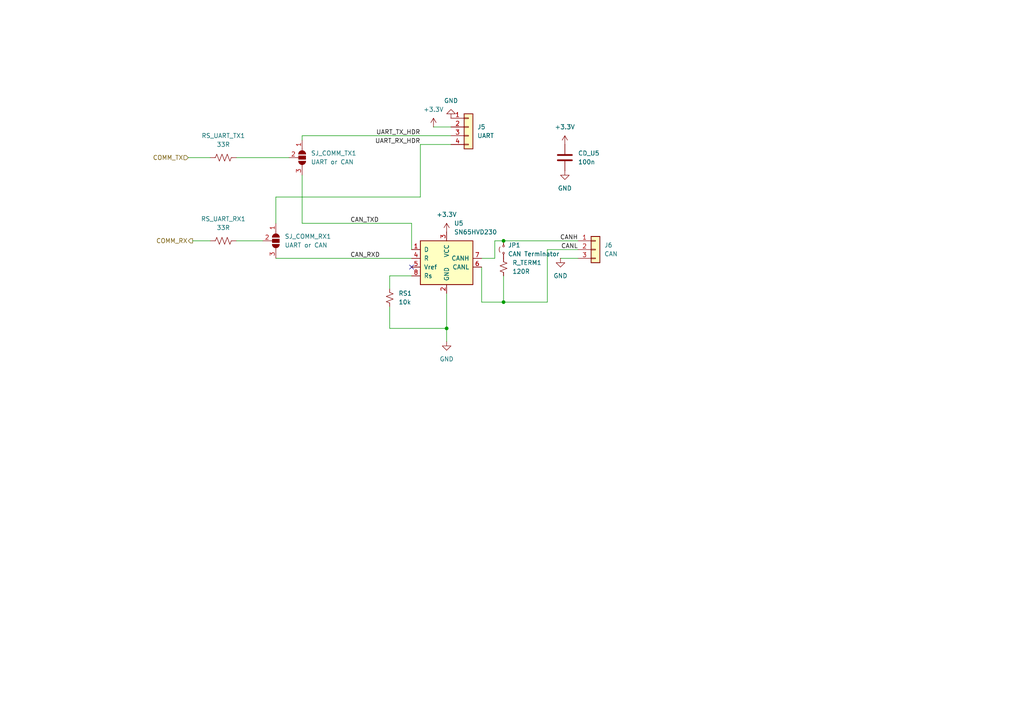
<source format=kicad_sch>
(kicad_sch
	(version 20250114)
	(generator "eeschema")
	(generator_version "9.0")
	(uuid "7d3e3313-9507-44b0-9f6c-2af88932d9e1")
	(paper "A4")
	(lib_symbols
		(symbol "Connector_Generic:Conn_01x03"
			(pin_names
				(offset 1.016)
				(hide yes)
			)
			(exclude_from_sim no)
			(in_bom yes)
			(on_board yes)
			(property "Reference" "J"
				(at 0 5.08 0)
				(effects
					(font
						(size 1.27 1.27)
					)
				)
			)
			(property "Value" "Conn_01x03"
				(at 0 -5.08 0)
				(effects
					(font
						(size 1.27 1.27)
					)
				)
			)
			(property "Footprint" ""
				(at 0 0 0)
				(effects
					(font
						(size 1.27 1.27)
					)
					(hide yes)
				)
			)
			(property "Datasheet" "~"
				(at 0 0 0)
				(effects
					(font
						(size 1.27 1.27)
					)
					(hide yes)
				)
			)
			(property "Description" "Generic connector, single row, 01x03, script generated (kicad-library-utils/schlib/autogen/connector/)"
				(at 0 0 0)
				(effects
					(font
						(size 1.27 1.27)
					)
					(hide yes)
				)
			)
			(property "ki_keywords" "connector"
				(at 0 0 0)
				(effects
					(font
						(size 1.27 1.27)
					)
					(hide yes)
				)
			)
			(property "ki_fp_filters" "Connector*:*_1x??_*"
				(at 0 0 0)
				(effects
					(font
						(size 1.27 1.27)
					)
					(hide yes)
				)
			)
			(symbol "Conn_01x03_1_1"
				(rectangle
					(start -1.27 3.81)
					(end 1.27 -3.81)
					(stroke
						(width 0.254)
						(type default)
					)
					(fill
						(type background)
					)
				)
				(rectangle
					(start -1.27 2.667)
					(end 0 2.413)
					(stroke
						(width 0.1524)
						(type default)
					)
					(fill
						(type none)
					)
				)
				(rectangle
					(start -1.27 0.127)
					(end 0 -0.127)
					(stroke
						(width 0.1524)
						(type default)
					)
					(fill
						(type none)
					)
				)
				(rectangle
					(start -1.27 -2.413)
					(end 0 -2.667)
					(stroke
						(width 0.1524)
						(type default)
					)
					(fill
						(type none)
					)
				)
				(pin passive line
					(at -5.08 2.54 0)
					(length 3.81)
					(name "Pin_1"
						(effects
							(font
								(size 1.27 1.27)
							)
						)
					)
					(number "1"
						(effects
							(font
								(size 1.27 1.27)
							)
						)
					)
				)
				(pin passive line
					(at -5.08 0 0)
					(length 3.81)
					(name "Pin_2"
						(effects
							(font
								(size 1.27 1.27)
							)
						)
					)
					(number "2"
						(effects
							(font
								(size 1.27 1.27)
							)
						)
					)
				)
				(pin passive line
					(at -5.08 -2.54 0)
					(length 3.81)
					(name "Pin_3"
						(effects
							(font
								(size 1.27 1.27)
							)
						)
					)
					(number "3"
						(effects
							(font
								(size 1.27 1.27)
							)
						)
					)
				)
			)
			(embedded_fonts no)
		)
		(symbol "Connector_Generic:Conn_01x04"
			(pin_names
				(offset 1.016)
				(hide yes)
			)
			(exclude_from_sim no)
			(in_bom yes)
			(on_board yes)
			(property "Reference" "J"
				(at 0 5.08 0)
				(effects
					(font
						(size 1.27 1.27)
					)
				)
			)
			(property "Value" "Conn_01x04"
				(at 0 -7.62 0)
				(effects
					(font
						(size 1.27 1.27)
					)
				)
			)
			(property "Footprint" ""
				(at 0 0 0)
				(effects
					(font
						(size 1.27 1.27)
					)
					(hide yes)
				)
			)
			(property "Datasheet" "~"
				(at 0 0 0)
				(effects
					(font
						(size 1.27 1.27)
					)
					(hide yes)
				)
			)
			(property "Description" "Generic connector, single row, 01x04, script generated (kicad-library-utils/schlib/autogen/connector/)"
				(at 0 0 0)
				(effects
					(font
						(size 1.27 1.27)
					)
					(hide yes)
				)
			)
			(property "ki_keywords" "connector"
				(at 0 0 0)
				(effects
					(font
						(size 1.27 1.27)
					)
					(hide yes)
				)
			)
			(property "ki_fp_filters" "Connector*:*_1x??_*"
				(at 0 0 0)
				(effects
					(font
						(size 1.27 1.27)
					)
					(hide yes)
				)
			)
			(symbol "Conn_01x04_1_1"
				(rectangle
					(start -1.27 3.81)
					(end 1.27 -6.35)
					(stroke
						(width 0.254)
						(type default)
					)
					(fill
						(type background)
					)
				)
				(rectangle
					(start -1.27 2.667)
					(end 0 2.413)
					(stroke
						(width 0.1524)
						(type default)
					)
					(fill
						(type none)
					)
				)
				(rectangle
					(start -1.27 0.127)
					(end 0 -0.127)
					(stroke
						(width 0.1524)
						(type default)
					)
					(fill
						(type none)
					)
				)
				(rectangle
					(start -1.27 -2.413)
					(end 0 -2.667)
					(stroke
						(width 0.1524)
						(type default)
					)
					(fill
						(type none)
					)
				)
				(rectangle
					(start -1.27 -4.953)
					(end 0 -5.207)
					(stroke
						(width 0.1524)
						(type default)
					)
					(fill
						(type none)
					)
				)
				(pin passive line
					(at -5.08 2.54 0)
					(length 3.81)
					(name "Pin_1"
						(effects
							(font
								(size 1.27 1.27)
							)
						)
					)
					(number "1"
						(effects
							(font
								(size 1.27 1.27)
							)
						)
					)
				)
				(pin passive line
					(at -5.08 0 0)
					(length 3.81)
					(name "Pin_2"
						(effects
							(font
								(size 1.27 1.27)
							)
						)
					)
					(number "2"
						(effects
							(font
								(size 1.27 1.27)
							)
						)
					)
				)
				(pin passive line
					(at -5.08 -2.54 0)
					(length 3.81)
					(name "Pin_3"
						(effects
							(font
								(size 1.27 1.27)
							)
						)
					)
					(number "3"
						(effects
							(font
								(size 1.27 1.27)
							)
						)
					)
				)
				(pin passive line
					(at -5.08 -5.08 0)
					(length 3.81)
					(name "Pin_4"
						(effects
							(font
								(size 1.27 1.27)
							)
						)
					)
					(number "4"
						(effects
							(font
								(size 1.27 1.27)
							)
						)
					)
				)
			)
			(embedded_fonts no)
		)
		(symbol "Device:C"
			(pin_numbers
				(hide yes)
			)
			(pin_names
				(offset 0.254)
			)
			(exclude_from_sim no)
			(in_bom yes)
			(on_board yes)
			(property "Reference" "C"
				(at 0.635 2.54 0)
				(effects
					(font
						(size 1.27 1.27)
					)
					(justify left)
				)
			)
			(property "Value" "C"
				(at 0.635 -2.54 0)
				(effects
					(font
						(size 1.27 1.27)
					)
					(justify left)
				)
			)
			(property "Footprint" ""
				(at 0.9652 -3.81 0)
				(effects
					(font
						(size 1.27 1.27)
					)
					(hide yes)
				)
			)
			(property "Datasheet" "~"
				(at 0 0 0)
				(effects
					(font
						(size 1.27 1.27)
					)
					(hide yes)
				)
			)
			(property "Description" "Unpolarized capacitor"
				(at 0 0 0)
				(effects
					(font
						(size 1.27 1.27)
					)
					(hide yes)
				)
			)
			(property "ki_keywords" "cap capacitor"
				(at 0 0 0)
				(effects
					(font
						(size 1.27 1.27)
					)
					(hide yes)
				)
			)
			(property "ki_fp_filters" "C_*"
				(at 0 0 0)
				(effects
					(font
						(size 1.27 1.27)
					)
					(hide yes)
				)
			)
			(symbol "C_0_1"
				(polyline
					(pts
						(xy -2.032 0.762) (xy 2.032 0.762)
					)
					(stroke
						(width 0.508)
						(type default)
					)
					(fill
						(type none)
					)
				)
				(polyline
					(pts
						(xy -2.032 -0.762) (xy 2.032 -0.762)
					)
					(stroke
						(width 0.508)
						(type default)
					)
					(fill
						(type none)
					)
				)
			)
			(symbol "C_1_1"
				(pin passive line
					(at 0 3.81 270)
					(length 2.794)
					(name "~"
						(effects
							(font
								(size 1.27 1.27)
							)
						)
					)
					(number "1"
						(effects
							(font
								(size 1.27 1.27)
							)
						)
					)
				)
				(pin passive line
					(at 0 -3.81 90)
					(length 2.794)
					(name "~"
						(effects
							(font
								(size 1.27 1.27)
							)
						)
					)
					(number "2"
						(effects
							(font
								(size 1.27 1.27)
							)
						)
					)
				)
			)
			(embedded_fonts no)
		)
		(symbol "Device:R_Small_US"
			(pin_numbers
				(hide yes)
			)
			(pin_names
				(offset 0.254)
				(hide yes)
			)
			(exclude_from_sim no)
			(in_bom yes)
			(on_board yes)
			(property "Reference" "R"
				(at 0.762 0.508 0)
				(effects
					(font
						(size 1.27 1.27)
					)
					(justify left)
				)
			)
			(property "Value" "R_Small_US"
				(at 0.762 -1.016 0)
				(effects
					(font
						(size 1.27 1.27)
					)
					(justify left)
				)
			)
			(property "Footprint" ""
				(at 0 0 0)
				(effects
					(font
						(size 1.27 1.27)
					)
					(hide yes)
				)
			)
			(property "Datasheet" "~"
				(at 0 0 0)
				(effects
					(font
						(size 1.27 1.27)
					)
					(hide yes)
				)
			)
			(property "Description" "Resistor, small US symbol"
				(at 0 0 0)
				(effects
					(font
						(size 1.27 1.27)
					)
					(hide yes)
				)
			)
			(property "ki_keywords" "r resistor"
				(at 0 0 0)
				(effects
					(font
						(size 1.27 1.27)
					)
					(hide yes)
				)
			)
			(property "ki_fp_filters" "R_*"
				(at 0 0 0)
				(effects
					(font
						(size 1.27 1.27)
					)
					(hide yes)
				)
			)
			(symbol "R_Small_US_1_1"
				(polyline
					(pts
						(xy 0 1.524) (xy 1.016 1.143) (xy 0 0.762) (xy -1.016 0.381) (xy 0 0)
					)
					(stroke
						(width 0)
						(type default)
					)
					(fill
						(type none)
					)
				)
				(polyline
					(pts
						(xy 0 0) (xy 1.016 -0.381) (xy 0 -0.762) (xy -1.016 -1.143) (xy 0 -1.524)
					)
					(stroke
						(width 0)
						(type default)
					)
					(fill
						(type none)
					)
				)
				(pin passive line
					(at 0 2.54 270)
					(length 1.016)
					(name "~"
						(effects
							(font
								(size 1.27 1.27)
							)
						)
					)
					(number "1"
						(effects
							(font
								(size 1.27 1.27)
							)
						)
					)
				)
				(pin passive line
					(at 0 -2.54 90)
					(length 1.016)
					(name "~"
						(effects
							(font
								(size 1.27 1.27)
							)
						)
					)
					(number "2"
						(effects
							(font
								(size 1.27 1.27)
							)
						)
					)
				)
			)
			(embedded_fonts no)
		)
		(symbol "Device:R_US"
			(pin_numbers
				(hide yes)
			)
			(pin_names
				(offset 0)
			)
			(exclude_from_sim no)
			(in_bom yes)
			(on_board yes)
			(property "Reference" "R"
				(at 2.54 0 90)
				(effects
					(font
						(size 1.27 1.27)
					)
				)
			)
			(property "Value" "R_US"
				(at -2.54 0 90)
				(effects
					(font
						(size 1.27 1.27)
					)
				)
			)
			(property "Footprint" ""
				(at 1.016 -0.254 90)
				(effects
					(font
						(size 1.27 1.27)
					)
					(hide yes)
				)
			)
			(property "Datasheet" "~"
				(at 0 0 0)
				(effects
					(font
						(size 1.27 1.27)
					)
					(hide yes)
				)
			)
			(property "Description" "Resistor, US symbol"
				(at 0 0 0)
				(effects
					(font
						(size 1.27 1.27)
					)
					(hide yes)
				)
			)
			(property "ki_keywords" "R res resistor"
				(at 0 0 0)
				(effects
					(font
						(size 1.27 1.27)
					)
					(hide yes)
				)
			)
			(property "ki_fp_filters" "R_*"
				(at 0 0 0)
				(effects
					(font
						(size 1.27 1.27)
					)
					(hide yes)
				)
			)
			(symbol "R_US_0_1"
				(polyline
					(pts
						(xy 0 2.286) (xy 0 2.54)
					)
					(stroke
						(width 0)
						(type default)
					)
					(fill
						(type none)
					)
				)
				(polyline
					(pts
						(xy 0 2.286) (xy 1.016 1.905) (xy 0 1.524) (xy -1.016 1.143) (xy 0 0.762)
					)
					(stroke
						(width 0)
						(type default)
					)
					(fill
						(type none)
					)
				)
				(polyline
					(pts
						(xy 0 0.762) (xy 1.016 0.381) (xy 0 0) (xy -1.016 -0.381) (xy 0 -0.762)
					)
					(stroke
						(width 0)
						(type default)
					)
					(fill
						(type none)
					)
				)
				(polyline
					(pts
						(xy 0 -0.762) (xy 1.016 -1.143) (xy 0 -1.524) (xy -1.016 -1.905) (xy 0 -2.286)
					)
					(stroke
						(width 0)
						(type default)
					)
					(fill
						(type none)
					)
				)
				(polyline
					(pts
						(xy 0 -2.286) (xy 0 -2.54)
					)
					(stroke
						(width 0)
						(type default)
					)
					(fill
						(type none)
					)
				)
			)
			(symbol "R_US_1_1"
				(pin passive line
					(at 0 3.81 270)
					(length 1.27)
					(name "~"
						(effects
							(font
								(size 1.27 1.27)
							)
						)
					)
					(number "1"
						(effects
							(font
								(size 1.27 1.27)
							)
						)
					)
				)
				(pin passive line
					(at 0 -3.81 90)
					(length 1.27)
					(name "~"
						(effects
							(font
								(size 1.27 1.27)
							)
						)
					)
					(number "2"
						(effects
							(font
								(size 1.27 1.27)
							)
						)
					)
				)
			)
			(embedded_fonts no)
		)
		(symbol "Interface_CAN_LIN:SN65HVD230"
			(pin_names
				(offset 1.016)
			)
			(exclude_from_sim no)
			(in_bom yes)
			(on_board yes)
			(property "Reference" "U"
				(at -2.54 10.16 0)
				(effects
					(font
						(size 1.27 1.27)
					)
					(justify right)
				)
			)
			(property "Value" "SN65HVD230"
				(at -2.54 7.62 0)
				(effects
					(font
						(size 1.27 1.27)
					)
					(justify right)
				)
			)
			(property "Footprint" "Package_SO:SOIC-8_3.9x4.9mm_P1.27mm"
				(at 0 -12.7 0)
				(effects
					(font
						(size 1.27 1.27)
					)
					(hide yes)
				)
			)
			(property "Datasheet" "http://www.ti.com/lit/ds/symlink/sn65hvd230.pdf"
				(at -2.54 10.16 0)
				(effects
					(font
						(size 1.27 1.27)
					)
					(hide yes)
				)
			)
			(property "Description" "CAN Bus Transceivers, 3.3V, 1Mbps, Low-Power capabilities, SOIC-8"
				(at 0 0 0)
				(effects
					(font
						(size 1.27 1.27)
					)
					(hide yes)
				)
			)
			(property "ki_keywords" "can transeiver ti low-power"
				(at 0 0 0)
				(effects
					(font
						(size 1.27 1.27)
					)
					(hide yes)
				)
			)
			(property "ki_fp_filters" "SOIC*3.9x4.9mm*P1.27mm*"
				(at 0 0 0)
				(effects
					(font
						(size 1.27 1.27)
					)
					(hide yes)
				)
			)
			(symbol "SN65HVD230_0_1"
				(rectangle
					(start -7.62 5.08)
					(end 7.62 -7.62)
					(stroke
						(width 0.254)
						(type default)
					)
					(fill
						(type background)
					)
				)
			)
			(symbol "SN65HVD230_1_1"
				(pin input line
					(at -10.16 2.54 0)
					(length 2.54)
					(name "D"
						(effects
							(font
								(size 1.27 1.27)
							)
						)
					)
					(number "1"
						(effects
							(font
								(size 1.27 1.27)
							)
						)
					)
				)
				(pin output line
					(at -10.16 0 0)
					(length 2.54)
					(name "R"
						(effects
							(font
								(size 1.27 1.27)
							)
						)
					)
					(number "4"
						(effects
							(font
								(size 1.27 1.27)
							)
						)
					)
				)
				(pin output line
					(at -10.16 -2.54 0)
					(length 2.54)
					(name "Vref"
						(effects
							(font
								(size 1.27 1.27)
							)
						)
					)
					(number "5"
						(effects
							(font
								(size 1.27 1.27)
							)
						)
					)
				)
				(pin input line
					(at -10.16 -5.08 0)
					(length 2.54)
					(name "Rs"
						(effects
							(font
								(size 1.27 1.27)
							)
						)
					)
					(number "8"
						(effects
							(font
								(size 1.27 1.27)
							)
						)
					)
				)
				(pin power_in line
					(at 0 7.62 270)
					(length 2.54)
					(name "VCC"
						(effects
							(font
								(size 1.27 1.27)
							)
						)
					)
					(number "3"
						(effects
							(font
								(size 1.27 1.27)
							)
						)
					)
				)
				(pin power_in line
					(at 0 -10.16 90)
					(length 2.54)
					(name "GND"
						(effects
							(font
								(size 1.27 1.27)
							)
						)
					)
					(number "2"
						(effects
							(font
								(size 1.27 1.27)
							)
						)
					)
				)
				(pin bidirectional line
					(at 10.16 0 180)
					(length 2.54)
					(name "CANH"
						(effects
							(font
								(size 1.27 1.27)
							)
						)
					)
					(number "7"
						(effects
							(font
								(size 1.27 1.27)
							)
						)
					)
				)
				(pin bidirectional line
					(at 10.16 -2.54 180)
					(length 2.54)
					(name "CANL"
						(effects
							(font
								(size 1.27 1.27)
							)
						)
					)
					(number "6"
						(effects
							(font
								(size 1.27 1.27)
							)
						)
					)
				)
			)
			(embedded_fonts no)
		)
		(symbol "Jumper:Jumper_2_Small_Open"
			(pin_numbers
				(hide yes)
			)
			(pin_names
				(offset 0)
				(hide yes)
			)
			(exclude_from_sim no)
			(in_bom yes)
			(on_board yes)
			(property "Reference" "JP"
				(at 0 2.794 0)
				(effects
					(font
						(size 1.27 1.27)
					)
				)
			)
			(property "Value" "Jumper_2_Small_Open"
				(at 0 -2.286 0)
				(effects
					(font
						(size 1.27 1.27)
					)
				)
			)
			(property "Footprint" ""
				(at 0 0 0)
				(effects
					(font
						(size 1.27 1.27)
					)
					(hide yes)
				)
			)
			(property "Datasheet" "~"
				(at 0 0 0)
				(effects
					(font
						(size 1.27 1.27)
					)
					(hide yes)
				)
			)
			(property "Description" "Jumper, 2-pole, small symbol, open"
				(at 0 0 0)
				(effects
					(font
						(size 1.27 1.27)
					)
					(hide yes)
				)
			)
			(property "ki_keywords" "Jumper SPST"
				(at 0 0 0)
				(effects
					(font
						(size 1.27 1.27)
					)
					(hide yes)
				)
			)
			(property "ki_fp_filters" "Jumper* TestPoint*2Pads* TestPoint*Bridge*"
				(at 0 0 0)
				(effects
					(font
						(size 1.27 1.27)
					)
					(hide yes)
				)
			)
			(symbol "Jumper_2_Small_Open_0_0"
				(circle
					(center -1.016 0)
					(radius 0.254)
					(stroke
						(width 0)
						(type default)
					)
					(fill
						(type none)
					)
				)
				(circle
					(center 1.016 0)
					(radius 0.254)
					(stroke
						(width 0)
						(type default)
					)
					(fill
						(type none)
					)
				)
			)
			(symbol "Jumper_2_Small_Open_0_1"
				(arc
					(start -0.762 1.0196)
					(mid 0 1.2729)
					(end 0.762 1.0196)
					(stroke
						(width 0)
						(type default)
					)
					(fill
						(type none)
					)
				)
			)
			(symbol "Jumper_2_Small_Open_1_1"
				(pin passive line
					(at -2.54 0 0)
					(length 1.27)
					(name "A"
						(effects
							(font
								(size 1.27 1.27)
							)
						)
					)
					(number "1"
						(effects
							(font
								(size 1.27 1.27)
							)
						)
					)
				)
				(pin passive line
					(at 2.54 0 180)
					(length 1.27)
					(name "B"
						(effects
							(font
								(size 1.27 1.27)
							)
						)
					)
					(number "2"
						(effects
							(font
								(size 1.27 1.27)
							)
						)
					)
				)
			)
			(embedded_fonts no)
		)
		(symbol "Jumper:SolderJumper_3_Open"
			(pin_names
				(offset 0)
				(hide yes)
			)
			(exclude_from_sim no)
			(in_bom no)
			(on_board yes)
			(property "Reference" "JP"
				(at -2.54 -2.54 0)
				(effects
					(font
						(size 1.27 1.27)
					)
				)
			)
			(property "Value" "SolderJumper_3_Open"
				(at 0 2.794 0)
				(effects
					(font
						(size 1.27 1.27)
					)
				)
			)
			(property "Footprint" ""
				(at 0 0 0)
				(effects
					(font
						(size 1.27 1.27)
					)
					(hide yes)
				)
			)
			(property "Datasheet" "~"
				(at 0 0 0)
				(effects
					(font
						(size 1.27 1.27)
					)
					(hide yes)
				)
			)
			(property "Description" "Solder Jumper, 3-pole, open"
				(at 0 0 0)
				(effects
					(font
						(size 1.27 1.27)
					)
					(hide yes)
				)
			)
			(property "ki_keywords" "Solder Jumper SPDT"
				(at 0 0 0)
				(effects
					(font
						(size 1.27 1.27)
					)
					(hide yes)
				)
			)
			(property "ki_fp_filters" "SolderJumper*Open*"
				(at 0 0 0)
				(effects
					(font
						(size 1.27 1.27)
					)
					(hide yes)
				)
			)
			(symbol "SolderJumper_3_Open_0_1"
				(polyline
					(pts
						(xy -2.54 0) (xy -2.032 0)
					)
					(stroke
						(width 0)
						(type default)
					)
					(fill
						(type none)
					)
				)
				(polyline
					(pts
						(xy -1.016 1.016) (xy -1.016 -1.016)
					)
					(stroke
						(width 0)
						(type default)
					)
					(fill
						(type none)
					)
				)
				(arc
					(start -1.016 -1.016)
					(mid -2.0276 0)
					(end -1.016 1.016)
					(stroke
						(width 0)
						(type default)
					)
					(fill
						(type none)
					)
				)
				(arc
					(start -1.016 -1.016)
					(mid -2.0276 0)
					(end -1.016 1.016)
					(stroke
						(width 0)
						(type default)
					)
					(fill
						(type outline)
					)
				)
				(rectangle
					(start -0.508 1.016)
					(end 0.508 -1.016)
					(stroke
						(width 0)
						(type default)
					)
					(fill
						(type outline)
					)
				)
				(polyline
					(pts
						(xy 0 -1.27) (xy 0 -1.016)
					)
					(stroke
						(width 0)
						(type default)
					)
					(fill
						(type none)
					)
				)
				(arc
					(start 1.016 1.016)
					(mid 2.0276 0)
					(end 1.016 -1.016)
					(stroke
						(width 0)
						(type default)
					)
					(fill
						(type none)
					)
				)
				(arc
					(start 1.016 1.016)
					(mid 2.0276 0)
					(end 1.016 -1.016)
					(stroke
						(width 0)
						(type default)
					)
					(fill
						(type outline)
					)
				)
				(polyline
					(pts
						(xy 1.016 1.016) (xy 1.016 -1.016)
					)
					(stroke
						(width 0)
						(type default)
					)
					(fill
						(type none)
					)
				)
				(polyline
					(pts
						(xy 2.54 0) (xy 2.032 0)
					)
					(stroke
						(width 0)
						(type default)
					)
					(fill
						(type none)
					)
				)
			)
			(symbol "SolderJumper_3_Open_1_1"
				(pin passive line
					(at -5.08 0 0)
					(length 2.54)
					(name "A"
						(effects
							(font
								(size 1.27 1.27)
							)
						)
					)
					(number "1"
						(effects
							(font
								(size 1.27 1.27)
							)
						)
					)
				)
				(pin passive line
					(at 0 -3.81 90)
					(length 2.54)
					(name "C"
						(effects
							(font
								(size 1.27 1.27)
							)
						)
					)
					(number "2"
						(effects
							(font
								(size 1.27 1.27)
							)
						)
					)
				)
				(pin passive line
					(at 5.08 0 180)
					(length 2.54)
					(name "B"
						(effects
							(font
								(size 1.27 1.27)
							)
						)
					)
					(number "3"
						(effects
							(font
								(size 1.27 1.27)
							)
						)
					)
				)
			)
			(embedded_fonts no)
		)
		(symbol "power:+3.3V"
			(power)
			(pin_numbers
				(hide yes)
			)
			(pin_names
				(offset 0)
				(hide yes)
			)
			(exclude_from_sim no)
			(in_bom yes)
			(on_board yes)
			(property "Reference" "#PWR"
				(at 0 -3.81 0)
				(effects
					(font
						(size 1.27 1.27)
					)
					(hide yes)
				)
			)
			(property "Value" "+3.3V"
				(at 0 3.556 0)
				(effects
					(font
						(size 1.27 1.27)
					)
				)
			)
			(property "Footprint" ""
				(at 0 0 0)
				(effects
					(font
						(size 1.27 1.27)
					)
					(hide yes)
				)
			)
			(property "Datasheet" ""
				(at 0 0 0)
				(effects
					(font
						(size 1.27 1.27)
					)
					(hide yes)
				)
			)
			(property "Description" "Power symbol creates a global label with name \"+3.3V\""
				(at 0 0 0)
				(effects
					(font
						(size 1.27 1.27)
					)
					(hide yes)
				)
			)
			(property "ki_keywords" "global power"
				(at 0 0 0)
				(effects
					(font
						(size 1.27 1.27)
					)
					(hide yes)
				)
			)
			(symbol "+3.3V_0_1"
				(polyline
					(pts
						(xy -0.762 1.27) (xy 0 2.54)
					)
					(stroke
						(width 0)
						(type default)
					)
					(fill
						(type none)
					)
				)
				(polyline
					(pts
						(xy 0 2.54) (xy 0.762 1.27)
					)
					(stroke
						(width 0)
						(type default)
					)
					(fill
						(type none)
					)
				)
				(polyline
					(pts
						(xy 0 0) (xy 0 2.54)
					)
					(stroke
						(width 0)
						(type default)
					)
					(fill
						(type none)
					)
				)
			)
			(symbol "+3.3V_1_1"
				(pin power_in line
					(at 0 0 90)
					(length 0)
					(name "~"
						(effects
							(font
								(size 1.27 1.27)
							)
						)
					)
					(number "1"
						(effects
							(font
								(size 1.27 1.27)
							)
						)
					)
				)
			)
			(embedded_fonts no)
		)
		(symbol "power:GND"
			(power)
			(pin_numbers
				(hide yes)
			)
			(pin_names
				(offset 0)
				(hide yes)
			)
			(exclude_from_sim no)
			(in_bom yes)
			(on_board yes)
			(property "Reference" "#PWR"
				(at 0 -6.35 0)
				(effects
					(font
						(size 1.27 1.27)
					)
					(hide yes)
				)
			)
			(property "Value" "GND"
				(at 0 -3.81 0)
				(effects
					(font
						(size 1.27 1.27)
					)
				)
			)
			(property "Footprint" ""
				(at 0 0 0)
				(effects
					(font
						(size 1.27 1.27)
					)
					(hide yes)
				)
			)
			(property "Datasheet" ""
				(at 0 0 0)
				(effects
					(font
						(size 1.27 1.27)
					)
					(hide yes)
				)
			)
			(property "Description" "Power symbol creates a global label with name \"GND\" , ground"
				(at 0 0 0)
				(effects
					(font
						(size 1.27 1.27)
					)
					(hide yes)
				)
			)
			(property "ki_keywords" "global power"
				(at 0 0 0)
				(effects
					(font
						(size 1.27 1.27)
					)
					(hide yes)
				)
			)
			(symbol "GND_0_1"
				(polyline
					(pts
						(xy 0 0) (xy 0 -1.27) (xy 1.27 -1.27) (xy 0 -2.54) (xy -1.27 -1.27) (xy 0 -1.27)
					)
					(stroke
						(width 0)
						(type default)
					)
					(fill
						(type none)
					)
				)
			)
			(symbol "GND_1_1"
				(pin power_in line
					(at 0 0 270)
					(length 0)
					(name "~"
						(effects
							(font
								(size 1.27 1.27)
							)
						)
					)
					(number "1"
						(effects
							(font
								(size 1.27 1.27)
							)
						)
					)
				)
			)
			(embedded_fonts no)
		)
	)
	(junction
		(at 129.54 95.25)
		(diameter 0)
		(color 0 0 0 0)
		(uuid "6ce23dc0-ef04-460e-a9ae-533526632459")
	)
	(junction
		(at 146.05 87.63)
		(diameter 0)
		(color 0 0 0 0)
		(uuid "ba3198ce-dec9-45c1-ae59-151738011b3b")
	)
	(junction
		(at 146.05 69.85)
		(diameter 0)
		(color 0 0 0 0)
		(uuid "e4e65363-6051-4dfd-af7f-abde82da6c65")
	)
	(no_connect
		(at 119.38 77.47)
		(uuid "08075b59-b045-4b4c-8a67-0601804b651b")
	)
	(wire
		(pts
			(xy 87.63 40.64) (xy 87.63 39.37)
		)
		(stroke
			(width 0)
			(type default)
		)
		(uuid "0224c1de-5aa3-4a8d-b8bd-402edbcf3997")
	)
	(wire
		(pts
			(xy 87.63 39.37) (xy 130.81 39.37)
		)
		(stroke
			(width 0)
			(type default)
		)
		(uuid "02f9cc99-c615-43c5-8405-6324a2fba839")
	)
	(wire
		(pts
			(xy 129.54 95.25) (xy 129.54 85.09)
		)
		(stroke
			(width 0)
			(type default)
		)
		(uuid "03a012dc-64e1-47ea-b03c-1572aa180601")
	)
	(wire
		(pts
			(xy 129.54 99.06) (xy 129.54 95.25)
		)
		(stroke
			(width 0)
			(type default)
		)
		(uuid "0d33d53b-d377-4520-ac62-daf48ea5baf3")
	)
	(wire
		(pts
			(xy 80.01 64.77) (xy 80.01 57.15)
		)
		(stroke
			(width 0)
			(type default)
		)
		(uuid "1437fb43-bfd0-44c7-891c-d5a044432335")
	)
	(wire
		(pts
			(xy 68.58 45.72) (xy 83.82 45.72)
		)
		(stroke
			(width 0)
			(type default)
		)
		(uuid "1afb7225-368c-4384-ab27-3ca37aa83463")
	)
	(wire
		(pts
			(xy 113.03 95.25) (xy 129.54 95.25)
		)
		(stroke
			(width 0)
			(type default)
		)
		(uuid "22105f35-03d8-43cd-b424-3f0f48d8eeee")
	)
	(wire
		(pts
			(xy 119.38 80.01) (xy 113.03 80.01)
		)
		(stroke
			(width 0)
			(type default)
		)
		(uuid "230e4a09-4382-4634-99f4-e1d349930adb")
	)
	(wire
		(pts
			(xy 146.05 69.85) (xy 167.64 69.85)
		)
		(stroke
			(width 0)
			(type default)
		)
		(uuid "24ddeb17-4e9f-4da9-bcd0-dc5849d5e950")
	)
	(wire
		(pts
			(xy 158.75 72.39) (xy 167.64 72.39)
		)
		(stroke
			(width 0)
			(type default)
		)
		(uuid "2643c6cf-b3ae-4bdb-9b7c-19216d92f695")
	)
	(wire
		(pts
			(xy 121.92 57.15) (xy 121.92 41.91)
		)
		(stroke
			(width 0)
			(type default)
		)
		(uuid "3a145030-50b6-497c-9982-146961d7fc48")
	)
	(wire
		(pts
			(xy 121.92 41.91) (xy 130.81 41.91)
		)
		(stroke
			(width 0)
			(type default)
		)
		(uuid "3a91db94-83f7-4711-92a5-1f72d7645bcc")
	)
	(wire
		(pts
			(xy 139.7 87.63) (xy 146.05 87.63)
		)
		(stroke
			(width 0)
			(type default)
		)
		(uuid "3b5cfb8b-93d2-4ef8-93a2-7ca1d68d8f71")
	)
	(wire
		(pts
			(xy 113.03 80.01) (xy 113.03 83.82)
		)
		(stroke
			(width 0)
			(type default)
		)
		(uuid "480519fd-e781-4aec-9cc7-a854cad5b170")
	)
	(wire
		(pts
			(xy 80.01 74.93) (xy 119.38 74.93)
		)
		(stroke
			(width 0)
			(type default)
		)
		(uuid "49073c27-522e-4109-95dc-31b44334d458")
	)
	(wire
		(pts
			(xy 162.56 74.93) (xy 167.64 74.93)
		)
		(stroke
			(width 0)
			(type default)
		)
		(uuid "5452aa1c-9315-4999-bebd-2300cec8bfac")
	)
	(wire
		(pts
			(xy 146.05 87.63) (xy 158.75 87.63)
		)
		(stroke
			(width 0)
			(type default)
		)
		(uuid "5eeaf3b6-a361-43e4-9558-0a81fb863c7a")
	)
	(wire
		(pts
			(xy 139.7 74.93) (xy 143.51 74.93)
		)
		(stroke
			(width 0)
			(type default)
		)
		(uuid "6b392ab0-95eb-4cc1-a084-9d0f62982af6")
	)
	(wire
		(pts
			(xy 87.63 64.77) (xy 119.38 64.77)
		)
		(stroke
			(width 0)
			(type default)
		)
		(uuid "6cf6d7f0-0775-4fa7-b0ba-eaa36b790752")
	)
	(wire
		(pts
			(xy 113.03 88.9) (xy 113.03 95.25)
		)
		(stroke
			(width 0)
			(type default)
		)
		(uuid "71e28180-06ac-4d17-8ee6-768d5300a595")
	)
	(wire
		(pts
			(xy 125.73 36.83) (xy 130.81 36.83)
		)
		(stroke
			(width 0)
			(type default)
		)
		(uuid "734f2f1c-88ee-413d-8c7e-c8e783aabb06")
	)
	(wire
		(pts
			(xy 119.38 72.39) (xy 119.38 64.77)
		)
		(stroke
			(width 0)
			(type default)
		)
		(uuid "79438795-0a8b-485f-af1d-a3888d85115e")
	)
	(wire
		(pts
			(xy 143.51 69.85) (xy 146.05 69.85)
		)
		(stroke
			(width 0)
			(type default)
		)
		(uuid "84f4f064-ea89-4944-a8f7-38549d812c36")
	)
	(wire
		(pts
			(xy 87.63 64.77) (xy 87.63 50.8)
		)
		(stroke
			(width 0)
			(type default)
		)
		(uuid "8741470c-1c0b-4755-a4ec-571eaac06618")
	)
	(wire
		(pts
			(xy 158.75 72.39) (xy 158.75 87.63)
		)
		(stroke
			(width 0)
			(type default)
		)
		(uuid "94679386-7379-4816-b99d-56e5f1efd65f")
	)
	(wire
		(pts
			(xy 143.51 74.93) (xy 143.51 69.85)
		)
		(stroke
			(width 0)
			(type default)
		)
		(uuid "a492a1dc-c1d1-4fcc-9228-c21485d31f93")
	)
	(wire
		(pts
			(xy 68.58 69.85) (xy 76.2 69.85)
		)
		(stroke
			(width 0)
			(type default)
		)
		(uuid "aee2238b-cf36-47da-ab8e-73f45dd62cc6")
	)
	(wire
		(pts
			(xy 60.96 69.85) (xy 55.88 69.85)
		)
		(stroke
			(width 0)
			(type default)
		)
		(uuid "b6582d86-55a9-43d9-9b23-7747b534bce5")
	)
	(wire
		(pts
			(xy 80.01 57.15) (xy 121.92 57.15)
		)
		(stroke
			(width 0)
			(type default)
		)
		(uuid "d54fe2f7-a855-4bc5-89b3-59d665457cf2")
	)
	(wire
		(pts
			(xy 60.96 45.72) (xy 54.61 45.72)
		)
		(stroke
			(width 0)
			(type default)
		)
		(uuid "e1161990-bce9-4f93-b5f5-4c6c3eda2b27")
	)
	(wire
		(pts
			(xy 139.7 87.63) (xy 139.7 77.47)
		)
		(stroke
			(width 0)
			(type default)
		)
		(uuid "f9e9337f-1821-407c-b482-1ff8c3e5b25f")
	)
	(wire
		(pts
			(xy 146.05 80.01) (xy 146.05 87.63)
		)
		(stroke
			(width 0)
			(type default)
		)
		(uuid "f9f82f34-5975-419c-9e82-f5bcbeabea24")
	)
	(label "CAN_RXD"
		(at 101.6 74.93 0)
		(effects
			(font
				(size 1.27 1.27)
			)
			(justify left bottom)
		)
		(uuid "06a91f03-b298-46b3-a6c7-d32ba12f922f")
	)
	(label "CAN_TXD"
		(at 101.6 64.77 0)
		(effects
			(font
				(size 1.27 1.27)
			)
			(justify left bottom)
		)
		(uuid "131fa5d2-315f-44f2-ae5f-5f99d8f92070")
	)
	(label "UART_RX_HDR"
		(at 121.92 41.91 180)
		(effects
			(font
				(size 1.27 1.27)
			)
			(justify right bottom)
		)
		(uuid "310ede13-e1b4-4c38-8260-b51560fe3e57")
	)
	(label "CANH"
		(at 167.64 69.85 180)
		(effects
			(font
				(size 1.27 1.27)
			)
			(justify right bottom)
		)
		(uuid "52f62242-87a5-4112-935b-06a98c3846e5")
	)
	(label "UART_TX_HDR"
		(at 121.92 39.37 180)
		(effects
			(font
				(size 1.27 1.27)
			)
			(justify right bottom)
		)
		(uuid "878e0a1b-53ad-4458-add4-729cc122d1c4")
	)
	(label "CANL"
		(at 167.64 72.39 180)
		(effects
			(font
				(size 1.27 1.27)
			)
			(justify right bottom)
		)
		(uuid "e285589b-c076-43b6-b2b5-3ce610618fe3")
	)
	(hierarchical_label "COMM_RX"
		(shape output)
		(at 55.88 69.85 180)
		(effects
			(font
				(size 1.27 1.27)
			)
			(justify right)
		)
		(uuid "c1985dd1-e131-4649-a998-31e15f144b11")
	)
	(hierarchical_label "COMM_TX"
		(shape input)
		(at 54.61 45.72 180)
		(effects
			(font
				(size 1.27 1.27)
			)
			(justify right)
		)
		(uuid "c50640f7-6d95-45ca-ace3-cea7a425fe3d")
	)
	(symbol
		(lib_id "power:+3.3V")
		(at 129.54 67.31 0)
		(unit 1)
		(exclude_from_sim no)
		(in_bom yes)
		(on_board yes)
		(dnp no)
		(fields_autoplaced yes)
		(uuid "005ea1e1-4219-4e32-86ec-09ebb37e59b8")
		(property "Reference" "#PWR019"
			(at 129.54 71.12 0)
			(effects
				(font
					(size 1.27 1.27)
				)
				(hide yes)
			)
		)
		(property "Value" "+3.3V"
			(at 129.54 62.23 0)
			(effects
				(font
					(size 1.27 1.27)
				)
			)
		)
		(property "Footprint" ""
			(at 129.54 67.31 0)
			(effects
				(font
					(size 1.27 1.27)
				)
				(hide yes)
			)
		)
		(property "Datasheet" ""
			(at 129.54 67.31 0)
			(effects
				(font
					(size 1.27 1.27)
				)
				(hide yes)
			)
		)
		(property "Description" "Power symbol creates a global label with name \"+3.3V\""
			(at 129.54 67.31 0)
			(effects
				(font
					(size 1.27 1.27)
				)
				(hide yes)
			)
		)
		(pin "1"
			(uuid "374f7793-40d7-4924-9156-5e7d0b01bcb0")
		)
		(instances
			(project "OrganUniversalMCUboard"
				(path "/941f81de-fb37-4087-b582-01c965c3f0ac/82107bef-a801-4c3d-ac88-a6fb788da9b1"
					(reference "#PWR019")
					(unit 1)
				)
			)
		)
	)
	(symbol
		(lib_id "Device:C")
		(at 163.83 45.72 0)
		(unit 1)
		(exclude_from_sim no)
		(in_bom yes)
		(on_board yes)
		(dnp no)
		(fields_autoplaced yes)
		(uuid "08d0b561-c6bf-4c2e-bb7f-06aee5541958")
		(property "Reference" "CD_U5"
			(at 167.64 44.4499 0)
			(effects
				(font
					(size 1.27 1.27)
				)
				(justify left)
			)
		)
		(property "Value" "100n"
			(at 167.64 46.9899 0)
			(effects
				(font
					(size 1.27 1.27)
				)
				(justify left)
			)
		)
		(property "Footprint" "Capacitor_SMD:C_0603_1608Metric"
			(at 164.7952 49.53 0)
			(effects
				(font
					(size 1.27 1.27)
				)
				(hide yes)
			)
		)
		(property "Datasheet" "~"
			(at 163.83 45.72 0)
			(effects
				(font
					(size 1.27 1.27)
				)
				(hide yes)
			)
		)
		(property "Description" "Unpolarized capacitor"
			(at 163.83 45.72 0)
			(effects
				(font
					(size 1.27 1.27)
				)
				(hide yes)
			)
		)
		(pin "1"
			(uuid "dcebeea8-828a-4303-8cdb-12cba7fc7a7e")
		)
		(pin "2"
			(uuid "e8c2cb67-b3b1-4ca7-be1e-5a4affb99377")
		)
		(instances
			(project "OrganUniversalMCUboard"
				(path "/941f81de-fb37-4087-b582-01c965c3f0ac/82107bef-a801-4c3d-ac88-a6fb788da9b1"
					(reference "CD_U5")
					(unit 1)
				)
			)
		)
	)
	(symbol
		(lib_id "power:+3.3V")
		(at 125.73 36.83 0)
		(unit 1)
		(exclude_from_sim no)
		(in_bom yes)
		(on_board yes)
		(dnp no)
		(fields_autoplaced yes)
		(uuid "095ce39c-e284-4463-a9f0-9f207cfaddb7")
		(property "Reference" "#PWR016"
			(at 125.73 40.64 0)
			(effects
				(font
					(size 1.27 1.27)
				)
				(hide yes)
			)
		)
		(property "Value" "+3.3V"
			(at 125.73 31.75 0)
			(effects
				(font
					(size 1.27 1.27)
				)
			)
		)
		(property "Footprint" ""
			(at 125.73 36.83 0)
			(effects
				(font
					(size 1.27 1.27)
				)
				(hide yes)
			)
		)
		(property "Datasheet" ""
			(at 125.73 36.83 0)
			(effects
				(font
					(size 1.27 1.27)
				)
				(hide yes)
			)
		)
		(property "Description" "Power symbol creates a global label with name \"+3.3V\""
			(at 125.73 36.83 0)
			(effects
				(font
					(size 1.27 1.27)
				)
				(hide yes)
			)
		)
		(pin "1"
			(uuid "0f76188e-ce6c-49d8-b6ad-07e6837a1324")
		)
		(instances
			(project "OrganUniversalMCUboard"
				(path "/941f81de-fb37-4087-b582-01c965c3f0ac/82107bef-a801-4c3d-ac88-a6fb788da9b1"
					(reference "#PWR016")
					(unit 1)
				)
			)
		)
	)
	(symbol
		(lib_id "Jumper:SolderJumper_3_Open")
		(at 80.01 69.85 270)
		(unit 1)
		(exclude_from_sim no)
		(in_bom no)
		(on_board yes)
		(dnp no)
		(fields_autoplaced yes)
		(uuid "15324f57-62f3-47dd-93f2-29489306910e")
		(property "Reference" "SJ_COMM_RX1"
			(at 82.55 68.5799 90)
			(effects
				(font
					(size 1.27 1.27)
				)
				(justify left)
			)
		)
		(property "Value" "UART or CAN"
			(at 82.55 71.1199 90)
			(effects
				(font
					(size 1.27 1.27)
				)
				(justify left)
			)
		)
		(property "Footprint" "Jumper:SolderJumper-3_P1.3mm_Open_RoundedPad1.0x1.5mm"
			(at 80.01 69.85 0)
			(effects
				(font
					(size 1.27 1.27)
				)
				(hide yes)
			)
		)
		(property "Datasheet" "~"
			(at 80.01 69.85 0)
			(effects
				(font
					(size 1.27 1.27)
				)
				(hide yes)
			)
		)
		(property "Description" "Solder Jumper, 3-pole, open"
			(at 80.01 69.85 0)
			(effects
				(font
					(size 1.27 1.27)
				)
				(hide yes)
			)
		)
		(pin "1"
			(uuid "7bd524ec-8023-45f1-a088-80a3be0b69b4")
		)
		(pin "2"
			(uuid "b17d2ad8-8b60-49e8-a498-82d863f1a82a")
		)
		(pin "3"
			(uuid "1e9e9894-3825-4b87-97b9-79605d477af8")
		)
		(instances
			(project "OrganUniversalMCUboard"
				(path "/941f81de-fb37-4087-b582-01c965c3f0ac/82107bef-a801-4c3d-ac88-a6fb788da9b1"
					(reference "SJ_COMM_RX1")
					(unit 1)
				)
			)
		)
	)
	(symbol
		(lib_id "Jumper:SolderJumper_3_Open")
		(at 87.63 45.72 270)
		(unit 1)
		(exclude_from_sim no)
		(in_bom no)
		(on_board yes)
		(dnp no)
		(fields_autoplaced yes)
		(uuid "3f5e3323-d942-4dae-89c4-fcd0a53209f5")
		(property "Reference" "SJ_COMM_TX1"
			(at 90.17 44.4499 90)
			(effects
				(font
					(size 1.27 1.27)
				)
				(justify left)
			)
		)
		(property "Value" "UART or CAN"
			(at 90.17 46.9899 90)
			(effects
				(font
					(size 1.27 1.27)
				)
				(justify left)
			)
		)
		(property "Footprint" "Jumper:SolderJumper-3_P1.3mm_Open_RoundedPad1.0x1.5mm"
			(at 87.63 45.72 0)
			(effects
				(font
					(size 1.27 1.27)
				)
				(hide yes)
			)
		)
		(property "Datasheet" "~"
			(at 87.63 45.72 0)
			(effects
				(font
					(size 1.27 1.27)
				)
				(hide yes)
			)
		)
		(property "Description" "Solder Jumper, 3-pole, open"
			(at 87.63 45.72 0)
			(effects
				(font
					(size 1.27 1.27)
				)
				(hide yes)
			)
		)
		(pin "1"
			(uuid "c062ddcb-6b9c-4c21-a43f-2bcbbbbcad35")
		)
		(pin "2"
			(uuid "68cc39d4-f594-4936-8daf-fae7ea924294")
		)
		(pin "3"
			(uuid "a11b3036-2516-4759-a60b-17843f53d33a")
		)
		(instances
			(project ""
				(path "/941f81de-fb37-4087-b582-01c965c3f0ac/82107bef-a801-4c3d-ac88-a6fb788da9b1"
					(reference "SJ_COMM_TX1")
					(unit 1)
				)
			)
		)
	)
	(symbol
		(lib_id "Device:R_Small_US")
		(at 113.03 86.36 0)
		(unit 1)
		(exclude_from_sim no)
		(in_bom yes)
		(on_board yes)
		(dnp no)
		(fields_autoplaced yes)
		(uuid "4e578031-d62e-4267-ba58-90abc4f1c307")
		(property "Reference" "RS1"
			(at 115.57 85.0899 0)
			(effects
				(font
					(size 1.27 1.27)
				)
				(justify left)
			)
		)
		(property "Value" "10k"
			(at 115.57 87.6299 0)
			(effects
				(font
					(size 1.27 1.27)
				)
				(justify left)
			)
		)
		(property "Footprint" "Resistor_SMD:R_0603_1608Metric"
			(at 113.03 86.36 0)
			(effects
				(font
					(size 1.27 1.27)
				)
				(hide yes)
			)
		)
		(property "Datasheet" "~"
			(at 113.03 86.36 0)
			(effects
				(font
					(size 1.27 1.27)
				)
				(hide yes)
			)
		)
		(property "Description" "Resistor, small US symbol"
			(at 113.03 86.36 0)
			(effects
				(font
					(size 1.27 1.27)
				)
				(hide yes)
			)
		)
		(pin "2"
			(uuid "02beaf2e-144f-4411-939b-17d49227a323")
		)
		(pin "1"
			(uuid "68f65e74-8969-4752-b946-27d8bd4c6d19")
		)
		(instances
			(project "OrganUniversalMCUboard"
				(path "/941f81de-fb37-4087-b582-01c965c3f0ac/82107bef-a801-4c3d-ac88-a6fb788da9b1"
					(reference "RS1")
					(unit 1)
				)
			)
		)
	)
	(symbol
		(lib_id "power:GND")
		(at 162.56 74.93 0)
		(unit 1)
		(exclude_from_sim no)
		(in_bom yes)
		(on_board yes)
		(dnp no)
		(fields_autoplaced yes)
		(uuid "4f1eee62-5a57-433a-8db4-949d12e32c17")
		(property "Reference" "#PWR018"
			(at 162.56 81.28 0)
			(effects
				(font
					(size 1.27 1.27)
				)
				(hide yes)
			)
		)
		(property "Value" "GND"
			(at 162.56 80.01 0)
			(effects
				(font
					(size 1.27 1.27)
				)
			)
		)
		(property "Footprint" ""
			(at 162.56 74.93 0)
			(effects
				(font
					(size 1.27 1.27)
				)
				(hide yes)
			)
		)
		(property "Datasheet" ""
			(at 162.56 74.93 0)
			(effects
				(font
					(size 1.27 1.27)
				)
				(hide yes)
			)
		)
		(property "Description" "Power symbol creates a global label with name \"GND\" , ground"
			(at 162.56 74.93 0)
			(effects
				(font
					(size 1.27 1.27)
				)
				(hide yes)
			)
		)
		(pin "1"
			(uuid "02195b4e-026d-46d1-bcee-adf3ea7454d5")
		)
		(instances
			(project "OrganUniversalMCUboard"
				(path "/941f81de-fb37-4087-b582-01c965c3f0ac/82107bef-a801-4c3d-ac88-a6fb788da9b1"
					(reference "#PWR018")
					(unit 1)
				)
			)
		)
	)
	(symbol
		(lib_id "power:GND")
		(at 129.54 99.06 0)
		(unit 1)
		(exclude_from_sim no)
		(in_bom yes)
		(on_board yes)
		(dnp no)
		(fields_autoplaced yes)
		(uuid "4f3f360f-ee1a-4528-9450-2334ee767b29")
		(property "Reference" "#PWR02"
			(at 129.54 105.41 0)
			(effects
				(font
					(size 1.27 1.27)
				)
				(hide yes)
			)
		)
		(property "Value" "GND"
			(at 129.54 104.14 0)
			(effects
				(font
					(size 1.27 1.27)
				)
			)
		)
		(property "Footprint" ""
			(at 129.54 99.06 0)
			(effects
				(font
					(size 1.27 1.27)
				)
				(hide yes)
			)
		)
		(property "Datasheet" ""
			(at 129.54 99.06 0)
			(effects
				(font
					(size 1.27 1.27)
				)
				(hide yes)
			)
		)
		(property "Description" "Power symbol creates a global label with name \"GND\" , ground"
			(at 129.54 99.06 0)
			(effects
				(font
					(size 1.27 1.27)
				)
				(hide yes)
			)
		)
		(pin "1"
			(uuid "d82c2620-d54b-4d18-8be9-ae2d491dc63f")
		)
		(instances
			(project "OrganUniversalMCUboard"
				(path "/941f81de-fb37-4087-b582-01c965c3f0ac/82107bef-a801-4c3d-ac88-a6fb788da9b1"
					(reference "#PWR02")
					(unit 1)
				)
			)
		)
	)
	(symbol
		(lib_id "Jumper:Jumper_2_Small_Open")
		(at 146.05 72.39 90)
		(unit 1)
		(exclude_from_sim no)
		(in_bom yes)
		(on_board yes)
		(dnp no)
		(fields_autoplaced yes)
		(uuid "52ec9e27-b71a-4872-94fb-a055b458ddcf")
		(property "Reference" "JP1"
			(at 147.32 71.1199 90)
			(effects
				(font
					(size 1.27 1.27)
				)
				(justify right)
			)
		)
		(property "Value" "CAN Terminator"
			(at 147.32 73.6599 90)
			(effects
				(font
					(size 1.27 1.27)
				)
				(justify right)
			)
		)
		(property "Footprint" "Connector_PinHeader_2.54mm:PinHeader_1x02_P2.54mm_Vertical"
			(at 146.05 72.39 0)
			(effects
				(font
					(size 1.27 1.27)
				)
				(hide yes)
			)
		)
		(property "Datasheet" "~"
			(at 146.05 72.39 0)
			(effects
				(font
					(size 1.27 1.27)
				)
				(hide yes)
			)
		)
		(property "Description" "Jumper, 2-pole, small symbol, open"
			(at 146.05 72.39 0)
			(effects
				(font
					(size 1.27 1.27)
				)
				(hide yes)
			)
		)
		(pin "2"
			(uuid "425b66fb-aa4c-4e4e-9af8-c51d0662921e")
		)
		(pin "1"
			(uuid "9ab8c790-c8f0-412d-b849-7b9445a83fcc")
		)
		(instances
			(project "OrganUniversalMCUboard"
				(path "/941f81de-fb37-4087-b582-01c965c3f0ac/82107bef-a801-4c3d-ac88-a6fb788da9b1"
					(reference "JP1")
					(unit 1)
				)
			)
		)
	)
	(symbol
		(lib_id "power:+3.3V")
		(at 163.83 41.91 0)
		(unit 1)
		(exclude_from_sim no)
		(in_bom yes)
		(on_board yes)
		(dnp no)
		(fields_autoplaced yes)
		(uuid "81bfe2fa-fd0a-4187-96b4-65c25bacd395")
		(property "Reference" "#PWR036"
			(at 163.83 45.72 0)
			(effects
				(font
					(size 1.27 1.27)
				)
				(hide yes)
			)
		)
		(property "Value" "+3.3V"
			(at 163.83 36.83 0)
			(effects
				(font
					(size 1.27 1.27)
				)
			)
		)
		(property "Footprint" ""
			(at 163.83 41.91 0)
			(effects
				(font
					(size 1.27 1.27)
				)
				(hide yes)
			)
		)
		(property "Datasheet" ""
			(at 163.83 41.91 0)
			(effects
				(font
					(size 1.27 1.27)
				)
				(hide yes)
			)
		)
		(property "Description" "Power symbol creates a global label with name \"+3.3V\""
			(at 163.83 41.91 0)
			(effects
				(font
					(size 1.27 1.27)
				)
				(hide yes)
			)
		)
		(pin "1"
			(uuid "88467da0-5a7c-4b90-b971-7c07c2becb49")
		)
		(instances
			(project "OrganUniversalMCUboard"
				(path "/941f81de-fb37-4087-b582-01c965c3f0ac/82107bef-a801-4c3d-ac88-a6fb788da9b1"
					(reference "#PWR036")
					(unit 1)
				)
			)
		)
	)
	(symbol
		(lib_id "Connector_Generic:Conn_01x03")
		(at 172.72 72.39 0)
		(unit 1)
		(exclude_from_sim no)
		(in_bom yes)
		(on_board yes)
		(dnp no)
		(fields_autoplaced yes)
		(uuid "94980b11-7157-4c63-be6b-a0e665f7c783")
		(property "Reference" "J6"
			(at 175.26 71.1199 0)
			(effects
				(font
					(size 1.27 1.27)
				)
				(justify left)
			)
		)
		(property "Value" "CAN"
			(at 175.26 73.6599 0)
			(effects
				(font
					(size 1.27 1.27)
				)
				(justify left)
			)
		)
		(property "Footprint" "Connector_JST:JST_PH_B3B-PH-K_1x03_P2.00mm_Vertical"
			(at 172.72 72.39 0)
			(effects
				(font
					(size 1.27 1.27)
				)
				(hide yes)
			)
		)
		(property "Datasheet" "~"
			(at 172.72 72.39 0)
			(effects
				(font
					(size 1.27 1.27)
				)
				(hide yes)
			)
		)
		(property "Description" "Generic connector, single row, 01x03, script generated (kicad-library-utils/schlib/autogen/connector/)"
			(at 172.72 72.39 0)
			(effects
				(font
					(size 1.27 1.27)
				)
				(hide yes)
			)
		)
		(pin "1"
			(uuid "fa5eb2bb-f788-4278-8b66-4f46d438289b")
		)
		(pin "3"
			(uuid "9241e3c3-62c4-4bb8-8039-6d76573e0d36")
		)
		(pin "2"
			(uuid "9e325f6f-3d02-4778-bcf2-6486b12fd443")
		)
		(instances
			(project ""
				(path "/941f81de-fb37-4087-b582-01c965c3f0ac/82107bef-a801-4c3d-ac88-a6fb788da9b1"
					(reference "J6")
					(unit 1)
				)
			)
		)
	)
	(symbol
		(lib_id "Device:R_US")
		(at 64.77 69.85 90)
		(unit 1)
		(exclude_from_sim no)
		(in_bom yes)
		(on_board yes)
		(dnp no)
		(fields_autoplaced yes)
		(uuid "b2d90638-f5be-4a46-a8e1-d63766e6d7bc")
		(property "Reference" "RS_UART_RX1"
			(at 64.77 63.5 90)
			(effects
				(font
					(size 1.27 1.27)
				)
			)
		)
		(property "Value" "33R"
			(at 64.77 66.04 90)
			(effects
				(font
					(size 1.27 1.27)
				)
			)
		)
		(property "Footprint" "Resistor_SMD:R_0603_1608Metric"
			(at 65.024 68.834 90)
			(effects
				(font
					(size 1.27 1.27)
				)
				(hide yes)
			)
		)
		(property "Datasheet" "~"
			(at 64.77 69.85 0)
			(effects
				(font
					(size 1.27 1.27)
				)
				(hide yes)
			)
		)
		(property "Description" "Resistor, US symbol"
			(at 64.77 69.85 0)
			(effects
				(font
					(size 1.27 1.27)
				)
				(hide yes)
			)
		)
		(pin "1"
			(uuid "ee7a9aae-41cb-41ee-86d4-1715986c98e3")
		)
		(pin "2"
			(uuid "93b7cc30-c16e-41e2-a534-feedfa22e021")
		)
		(instances
			(project "OrganUniversalMCUboard"
				(path "/941f81de-fb37-4087-b582-01c965c3f0ac/82107bef-a801-4c3d-ac88-a6fb788da9b1"
					(reference "RS_UART_RX1")
					(unit 1)
				)
			)
		)
	)
	(symbol
		(lib_id "Device:R_Small_US")
		(at 146.05 77.47 0)
		(unit 1)
		(exclude_from_sim no)
		(in_bom yes)
		(on_board yes)
		(dnp no)
		(fields_autoplaced yes)
		(uuid "b90ceab2-7bc7-46ae-a620-44c05aa4e1c0")
		(property "Reference" "R_TERM1"
			(at 148.59 76.1999 0)
			(effects
				(font
					(size 1.27 1.27)
				)
				(justify left)
			)
		)
		(property "Value" "120R"
			(at 148.59 78.7399 0)
			(effects
				(font
					(size 1.27 1.27)
				)
				(justify left)
			)
		)
		(property "Footprint" "Resistor_SMD:R_0603_1608Metric"
			(at 146.05 77.47 0)
			(effects
				(font
					(size 1.27 1.27)
				)
				(hide yes)
			)
		)
		(property "Datasheet" "~"
			(at 146.05 77.47 0)
			(effects
				(font
					(size 1.27 1.27)
				)
				(hide yes)
			)
		)
		(property "Description" "Resistor, small US symbol"
			(at 146.05 77.47 0)
			(effects
				(font
					(size 1.27 1.27)
				)
				(hide yes)
			)
		)
		(pin "2"
			(uuid "9cb6a4b9-94dc-4fea-81fb-b7fe288bdc72")
		)
		(pin "1"
			(uuid "3de3e526-a1b6-4820-890f-5ee24bb03c24")
		)
		(instances
			(project "OrganUniversalMCUboard"
				(path "/941f81de-fb37-4087-b582-01c965c3f0ac/82107bef-a801-4c3d-ac88-a6fb788da9b1"
					(reference "R_TERM1")
					(unit 1)
				)
			)
		)
	)
	(symbol
		(lib_id "power:GND")
		(at 130.81 34.29 180)
		(unit 1)
		(exclude_from_sim no)
		(in_bom yes)
		(on_board yes)
		(dnp no)
		(fields_autoplaced yes)
		(uuid "c20301e1-c111-4103-ab07-06994d070426")
		(property "Reference" "#PWR015"
			(at 130.81 27.94 0)
			(effects
				(font
					(size 1.27 1.27)
				)
				(hide yes)
			)
		)
		(property "Value" "GND"
			(at 130.81 29.21 0)
			(effects
				(font
					(size 1.27 1.27)
				)
			)
		)
		(property "Footprint" ""
			(at 130.81 34.29 0)
			(effects
				(font
					(size 1.27 1.27)
				)
				(hide yes)
			)
		)
		(property "Datasheet" ""
			(at 130.81 34.29 0)
			(effects
				(font
					(size 1.27 1.27)
				)
				(hide yes)
			)
		)
		(property "Description" "Power symbol creates a global label with name \"GND\" , ground"
			(at 130.81 34.29 0)
			(effects
				(font
					(size 1.27 1.27)
				)
				(hide yes)
			)
		)
		(pin "1"
			(uuid "c03e88c6-eea0-4f78-9df6-0e3aa6dfb324")
		)
		(instances
			(project "OrganUniversalMCUboard"
				(path "/941f81de-fb37-4087-b582-01c965c3f0ac/82107bef-a801-4c3d-ac88-a6fb788da9b1"
					(reference "#PWR015")
					(unit 1)
				)
			)
		)
	)
	(symbol
		(lib_id "power:GND")
		(at 163.83 49.53 0)
		(unit 1)
		(exclude_from_sim no)
		(in_bom yes)
		(on_board yes)
		(dnp no)
		(fields_autoplaced yes)
		(uuid "db1269f9-02cb-4e34-b3a8-251cd2dfc5eb")
		(property "Reference" "#PWR037"
			(at 163.83 55.88 0)
			(effects
				(font
					(size 1.27 1.27)
				)
				(hide yes)
			)
		)
		(property "Value" "GND"
			(at 163.83 54.61 0)
			(effects
				(font
					(size 1.27 1.27)
				)
			)
		)
		(property "Footprint" ""
			(at 163.83 49.53 0)
			(effects
				(font
					(size 1.27 1.27)
				)
				(hide yes)
			)
		)
		(property "Datasheet" ""
			(at 163.83 49.53 0)
			(effects
				(font
					(size 1.27 1.27)
				)
				(hide yes)
			)
		)
		(property "Description" "Power symbol creates a global label with name \"GND\" , ground"
			(at 163.83 49.53 0)
			(effects
				(font
					(size 1.27 1.27)
				)
				(hide yes)
			)
		)
		(pin "1"
			(uuid "11b0cc1c-7bc2-4f76-8e56-846a1818e0d2")
		)
		(instances
			(project "OrganUniversalMCUboard"
				(path "/941f81de-fb37-4087-b582-01c965c3f0ac/82107bef-a801-4c3d-ac88-a6fb788da9b1"
					(reference "#PWR037")
					(unit 1)
				)
			)
		)
	)
	(symbol
		(lib_id "Interface_CAN_LIN:SN65HVD230")
		(at 129.54 74.93 0)
		(unit 1)
		(exclude_from_sim no)
		(in_bom yes)
		(on_board yes)
		(dnp no)
		(fields_autoplaced yes)
		(uuid "e7b53493-d3d7-4f23-9174-197b1b4273b1")
		(property "Reference" "U5"
			(at 131.6833 64.77 0)
			(effects
				(font
					(size 1.27 1.27)
				)
				(justify left)
			)
		)
		(property "Value" "SN65HVD230"
			(at 131.6833 67.31 0)
			(effects
				(font
					(size 1.27 1.27)
				)
				(justify left)
			)
		)
		(property "Footprint" "Package_SO:SOIC-8_3.9x4.9mm_P1.27mm"
			(at 129.54 87.63 0)
			(effects
				(font
					(size 1.27 1.27)
				)
				(hide yes)
			)
		)
		(property "Datasheet" "http://www.ti.com/lit/ds/symlink/sn65hvd230.pdf"
			(at 127 64.77 0)
			(effects
				(font
					(size 1.27 1.27)
				)
				(hide yes)
			)
		)
		(property "Description" "CAN Bus Transceivers, 3.3V, 1Mbps, Low-Power capabilities, SOIC-8"
			(at 129.54 74.93 0)
			(effects
				(font
					(size 1.27 1.27)
				)
				(hide yes)
			)
		)
		(pin "8"
			(uuid "82a8d9ff-ad4d-45f1-9fa8-6a86c75d618c")
		)
		(pin "3"
			(uuid "fd1d2551-99ac-460a-be6c-0c005a591b6e")
		)
		(pin "2"
			(uuid "fe7881be-1224-42b6-b97c-2fc242941125")
		)
		(pin "7"
			(uuid "9b1a7a1d-63e1-48a0-b56f-60f2d2961db4")
		)
		(pin "1"
			(uuid "0b99eb1f-439d-46ce-8e9c-630581ad9a97")
		)
		(pin "4"
			(uuid "77d985b1-160d-4f91-8052-64d38f64b741")
		)
		(pin "5"
			(uuid "388b7d6a-92c9-4160-9c7a-636737b8466e")
		)
		(pin "6"
			(uuid "7dd46844-25ee-40d7-a1be-1f30db135a30")
		)
		(instances
			(project "OrganUniversalMCUboard"
				(path "/941f81de-fb37-4087-b582-01c965c3f0ac/82107bef-a801-4c3d-ac88-a6fb788da9b1"
					(reference "U5")
					(unit 1)
				)
			)
		)
	)
	(symbol
		(lib_id "Connector_Generic:Conn_01x04")
		(at 135.89 36.83 0)
		(unit 1)
		(exclude_from_sim no)
		(in_bom yes)
		(on_board yes)
		(dnp no)
		(fields_autoplaced yes)
		(uuid "edec00c1-e8c2-4cf5-b23c-d4caa654a6b2")
		(property "Reference" "J5"
			(at 138.43 36.8299 0)
			(effects
				(font
					(size 1.27 1.27)
				)
				(justify left)
			)
		)
		(property "Value" "UART"
			(at 138.43 39.3699 0)
			(effects
				(font
					(size 1.27 1.27)
				)
				(justify left)
			)
		)
		(property "Footprint" "Connector_JST:JST_PH_B4B-PH-K_1x04_P2.00mm_Vertical"
			(at 135.89 36.83 0)
			(effects
				(font
					(size 1.27 1.27)
				)
				(hide yes)
			)
		)
		(property "Datasheet" "~"
			(at 135.89 36.83 0)
			(effects
				(font
					(size 1.27 1.27)
				)
				(hide yes)
			)
		)
		(property "Description" "Generic connector, single row, 01x04, script generated (kicad-library-utils/schlib/autogen/connector/)"
			(at 135.89 36.83 0)
			(effects
				(font
					(size 1.27 1.27)
				)
				(hide yes)
			)
		)
		(pin "4"
			(uuid "7919d01c-b182-4482-b89f-12b49cfb6dc3")
		)
		(pin "2"
			(uuid "2abb25ab-c523-49a2-b024-ca0eb7dc7f44")
		)
		(pin "1"
			(uuid "58310a45-9109-48c4-bb4c-55147cbcbcbb")
		)
		(pin "3"
			(uuid "6f605dff-b901-4250-bcba-374b431dfcea")
		)
		(instances
			(project "OrganUniversalMCUboard"
				(path "/941f81de-fb37-4087-b582-01c965c3f0ac/82107bef-a801-4c3d-ac88-a6fb788da9b1"
					(reference "J5")
					(unit 1)
				)
			)
		)
	)
	(symbol
		(lib_id "Device:R_US")
		(at 64.77 45.72 90)
		(unit 1)
		(exclude_from_sim no)
		(in_bom yes)
		(on_board yes)
		(dnp no)
		(fields_autoplaced yes)
		(uuid "ef675e80-f902-4d86-8425-703b0ee06c3a")
		(property "Reference" "RS_UART_TX1"
			(at 64.77 39.37 90)
			(effects
				(font
					(size 1.27 1.27)
				)
			)
		)
		(property "Value" "33R"
			(at 64.77 41.91 90)
			(effects
				(font
					(size 1.27 1.27)
				)
			)
		)
		(property "Footprint" "Resistor_SMD:R_0603_1608Metric"
			(at 65.024 44.704 90)
			(effects
				(font
					(size 1.27 1.27)
				)
				(hide yes)
			)
		)
		(property "Datasheet" "~"
			(at 64.77 45.72 0)
			(effects
				(font
					(size 1.27 1.27)
				)
				(hide yes)
			)
		)
		(property "Description" "Resistor, US symbol"
			(at 64.77 45.72 0)
			(effects
				(font
					(size 1.27 1.27)
				)
				(hide yes)
			)
		)
		(pin "1"
			(uuid "76aaf283-1898-4fdd-b2d3-df3c7c1ad5cd")
		)
		(pin "2"
			(uuid "8095fca1-bf4e-423b-af28-bf4f8dcf9ada")
		)
		(instances
			(project ""
				(path "/941f81de-fb37-4087-b582-01c965c3f0ac/82107bef-a801-4c3d-ac88-a6fb788da9b1"
					(reference "RS_UART_TX1")
					(unit 1)
				)
			)
		)
	)
)

</source>
